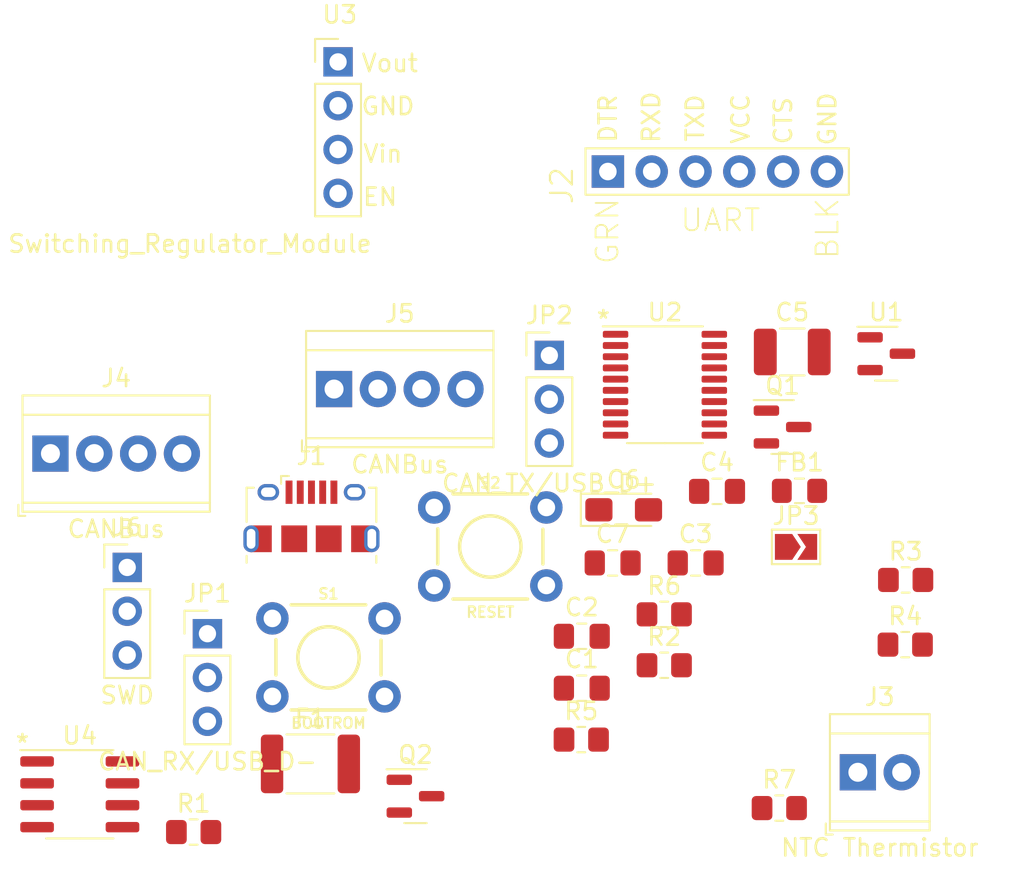
<source format=kicad_pcb>
(kicad_pcb (version 20211014) (generator pcbnew)
  (layers (0 "F.Cu" signal) (31 "B.Cu" signal) (34 "B.Paste" user) (35 "F.Paste" user) (36 "B.SilkS" user "B.Silkscreen") (37 "F.SilkS" user "F.Silkscreen") (38 "B.Mask" user) (39 "F.Mask" user) (44 "Edge.Cuts" user))
  (net 0 "")
  (net 1 "GND")
  (net 2 "+3V3")
  (net 3 "+5VP")
  (net 4 "Net-(C3-Pad1)")
  (net 5 "Net-(C4-Pad1)")
  (net 6 "+12V")
  (net 7 "+5V")
  (net 8 "+BATT")
  (net 9 "VBUS")
  (net 10 "USB_D-")
  (net 11 "USB_D+")
  (net 13 "VTHERM")
  (net 14 "CANH")
  (net 15 "CANL")
  (net 16 "CAN_RX")
  (net 17 "Net-(JP1-Pad2)")
  (net 18 "CAN_TX")
  (net 19 "Net-(JP2-Pad2)")
  (net 20 "Net-(R1-Pad1)")
  (net 21 "VBAT_MON")
  (net 22 "CAN_STBY")
  (net 23 "SDA1")
  (net 24 "SCL1")
  (net 25 "TXD2")
  (net 26 "RXD2")
  (net 27 "~{SPI1_SS}")
  (net 28 "SPI1_SCK")
  (net 29 "SPI1_MISO")
  (net 30 "SPI1_MOSI")
  (net 31 "SWDIO")
  (net 32 "SWDCLK")
  (net 33 "~{RESET}")
  (net 35 "Net-(JP3-Pad1)")
  (footprint "Capacitor_SMD:C_0805_2012Metric_Pad1.18x1.45mm_HandSolder" (layer "F.Cu") (at 149.24 85.84)
    (fp_text reference "C7" (at 0 -1.68) (layer "F.SilkS"))
    (fp_text value "10uF")
    (fp_line (start -0.261252 0.735) (end 0.261252 0.735) (layer "F.SilkS") (width 0.12))
    (fp_line (start -0.261252 -0.735) (end 0.261252 -0.735) (layer "F.SilkS") (width 0.12))
    (pad "1" smd roundrect (at -1.0375 0) (size 1.175 1.45) (layers "F.Cu" "F.Paste" "F.Mask") (roundrect_rratio 0.212766) (net 7 "+5V"))
    (pad "2" smd roundrect (at 1.0375 0) (size 1.175 1.45) (layers "F.Cu" "F.Paste" "F.Mask") (roundrect_rratio 0.212766) (net 1 "GND"))
  )
  (footprint "Package_TO_SOT_SMD:SOT-23" (layer "F.Cu") (at 165.1 73.71)
    (fp_text reference "U1" (at 0 -2.4) (layer "F.SilkS"))
    (fp_text value "MCP1754S-3302xCB")
    (fp_line (start 0 1.56) (end -0.65 1.56) (layer "F.SilkS") (width 0.12))
    (fp_line (start 0 -1.56) (end 0.65 -1.56) (layer "F.SilkS") (width 0.12))
    (fp_line (start 0 -1.56) (end -1.675 -1.56) (layer "F.SilkS") (width 0.12))
    (fp_line (start 0 1.56) (end 0.65 1.56) (layer "F.SilkS") (width 0.12))
    (pad "1" smd roundrect (at -0.9375 -0.95) (size 1.475 0.6) (layers "F.Cu" "F.Paste" "F.Mask") (net 1 "GND"))
    (pad "2" smd roundrect (at -0.9375 0.95) (size 1.475 0.6) (layers "F.Cu" "F.Paste" "F.Mask") (net 5 "Net-(C4-Pad1)"))
    (pad "3" smd roundrect (at 0.9375 0) (size 1.475 0.6) (layers "F.Cu" "F.Paste" "F.Mask") (net 3 "+5VP"))
  )
  (footprint "Connector_PinHeader_2.54mm:PinHeader_1x03_P2.54mm_Vertical" (layer "F.Cu") (at 125.75 89.94)
    (fp_text reference "JP1" (at 0 -2.33) (layer "F.SilkS"))
    (fp_text value "CAN_RX/USB_D-" (at 0 7.41) (layer "F.SilkS"))
    (fp_line (start -1.33 -1.33) (end 0 -1.33) (layer "F.SilkS") (width 0.12))
    (fp_line (start -1.33 1.27) (end -1.33 6.41) (layer "F.SilkS") (width 0.12))
    (fp_line (start -1.33 1.27) (end 1.33 1.27) (layer "F.SilkS") (width 0.12))
    (fp_line (start -1.33 0) (end -1.33 -1.33) (layer "F.SilkS") (width 0.12))
    (fp_line (start 1.33 1.27) (end 1.33 6.41) (layer "F.SilkS") (width 0.12))
    (fp_line (start -1.33 6.41) (end 1.33 6.41) (layer "F.SilkS") (width 0.12))
    (pad "1" thru_hole rect (at 0 0) (size 1.7 1.7) (drill 1) (layers *.Cu *.Mask) (net 16 "CAN_RX"))
    (pad "2" thru_hole oval (at 0 2.54) (size 1.7 1.7) (drill 1) (layers *.Cu *.Mask) (net 17 "Net-(JP1-Pad2)"))
    (pad "3" thru_hole oval (at 0 5.08) (size 1.7 1.7) (drill 1) (layers *.Cu *.Mask) (net 10 "USB_D-"))
  )
  (footprint "Resistor_SMD:R_0805_2012Metric_Pad1.20x1.40mm_HandSolder" (layer "F.Cu") (at 124.95 101.44)
    (fp_text reference "R1" (at 0 -1.65) (layer "F.SilkS"))
    (fp_text value "10k")
    (fp_line (start -0.227064 0.735) (end 0.227064 0.735) (layer "F.SilkS") (width 0.12))
    (fp_line (start -0.227064 -0.735) (end 0.227064 -0.735) (layer "F.SilkS") (width 0.12))
    (pad "1" smd roundrect (at -1 0) (size 1.2 1.4) (layers "F.Cu" "F.Paste" "F.Mask") (roundrect_rratio 0.208333) (net 20 "Net-(R1-Pad1)"))
    (pad "2" smd roundrect (at 1 0) (size 1.2 1.4) (layers "F.Cu" "F.Paste" "F.Mask") (roundrect_rratio 0.208333) (net 1 "GND"))
  )
  (footprint "TerminalBlock_TE-Connectivity:TerminalBlock_TE_282834-4_1x04_P2.54mm_Horizontal" (layer "F.Cu") (at 133.09 75.76)
    (fp_text reference "J5" (at 3.81 -4.37) (layer "F.SilkS"))
    (fp_text value "CANBus" (at 3.81 4.37) (layer "F.SilkS"))
    (fp_line (start 9.241 -3.37) (end 9.241 3.37) (layer "F.SilkS") (width 0.12))
    (fp_line (start -1.62 -3.37) (end 9.241 -3.37) (layer "F.SilkS") (width 0.12))
    (fp_line (start -1.62 2.85) (end 9.241 2.85) (layer "F.SilkS") (width 0.12))
    (fp_line (start -1.62 -2.25) (end 9.241 -2.25) (layer "F.SilkS") (width 0.12))
    (fp_line (start -1.86 3.61) (end -1.46 3.61) (layer "F.SilkS") (width 0.12))
    (fp_line (start -1.62 3.37) (end 9.241 3.37) (layer "F.SilkS") (width 0.12))
    (fp_line (start -1.62 -3.37) (end -1.62 3.37) (layer "F.SilkS") (width 0.12))
    (fp_line (start -1.86 2.97) (end -1.86 3.61) (layer "F.SilkS") (width 0.12))
    (pad "1" thru_hole rect (at 0 0) (size 2.1 2.1) (drill 1.1) (layers *.Cu *.Mask) (net 8 "+BATT"))
    (pad "2" thru_hole circle (at 2.54 0) (size 2.1 2.1) (drill 1.1) (layers *.Cu *.Mask) (net 14 "CANH"))
    (pad "3" thru_hole circle (at 5.08 0) (size 2.1 2.1) (drill 1.1) (layers *.Cu *.Mask) (net 15 "CANL"))
    (pad "4" thru_hole circle (at 7.62 0) (size 2.1 2.1) (drill 1.1) (layers *.Cu *.Mask) (net 1 "GND"))
  )
  (footprint "Capacitor_SMD:C_0805_2012Metric_Pad1.18x1.45mm_HandSolder" (layer "F.Cu") (at 147.45 93.1)
    (fp_text reference "C1" (at 0 -1.68) (layer "F.SilkS"))
    (fp_text value "100nF")
    (fp_line (start -0.261252 0.735) (end 0.261252 0.735) (layer "F.SilkS") (width 0.12))
    (fp_line (start -0.261252 -0.735) (end 0.261252 -0.735) (layer "F.SilkS") (width 0.12))
    (pad "1" smd roundrect (at -1.0375 0) (size 1.175 1.45) (layers "F.Cu" "F.Paste" "F.Mask") (roundrect_rratio 0.212766) (net 1 "GND"))
    (pad "2" smd roundrect (at 1.0375 0) (size 1.175 1.45) (layers "F.Cu" "F.Paste" "F.Mask") (roundrect_rratio 0.212766) (net 2 "+3V3"))
  )
  (footprint "Resistor_SMD:R_0805_2012Metric_Pad1.20x1.40mm_HandSolder" (layer "F.Cu") (at 158.9 100.05)
    (fp_text reference "R7" (at 0 -1.65) (layer "F.SilkS"))
    (fp_text value "10k")
    (fp_line (start -0.227064 -0.735) (end 0.227064 -0.735) (layer "F.SilkS") (width 0.12))
    (fp_line (start -0.227064 0.735) (end 0.227064 0.735) (layer "F.SilkS") (width 0.12))
    (pad "1" smd roundrect (at -1 0) (size 1.2 1.4) (layers "F.Cu" "F.Paste" "F.Mask") (roundrect_rratio 0.208333) (net 2 "+3V3"))
    (pad "2" smd roundrect (at 1 0) (size 1.2 1.4) (layers "F.Cu" "F.Paste" "F.Mask") (roundrect_rratio 0.208333) (net 13 "VTHERM"))
  )
  (footprint "Connector_PinHeader_2.54mm:PinHeader_1x03_P2.54mm_Vertical" (layer "F.Cu") (at 121.1 86.1)
    (fp_text reference "J6" (at 0 -2.33) (layer "F.SilkS"))
    (fp_text value "SWD" (at 0 7.41) (layer "F.SilkS"))
    (fp_line (start 1.33 1.27) (end 1.33 6.41) (layer "F.SilkS") (width 0.12))
    (fp_line (start -1.33 -1.33) (end 0 -1.33) (layer "F.SilkS") (width 0.12))
    (fp_line (start -1.33 1.27) (end 1.33 1.27) (layer "F.SilkS") (width 0.12))
    (fp_line (start -1.33 6.41) (end 1.33 6.41) (layer "F.SilkS") (width 0.12))
    (fp_line (start -1.33 1.27) (end -1.33 6.41) (layer "F.SilkS") (width 0.12))
    (fp_line (start -1.33 0) (end -1.33 -1.33) (layer "F.SilkS") (width 0.12))
    (pad "1" thru_hole rect (at 0 0) (size 1.7 1.7) (drill 1) (layers *.Cu *.Mask) (net 31 "SWDIO"))
    (pad "2" thru_hole oval (at 0 2.54) (size 1.7 1.7) (drill 1) (layers *.Cu *.Mask) (net 1 "GND"))
    (pad "3" thru_hole oval (at 0 5.08) (size 1.7 1.7) (drill 1) (layers *.Cu *.Mask) (net 32 "SWDCLK"))
  )
  (footprint "Resistor_SMD:R_0805_2012Metric_Pad1.20x1.40mm_HandSolder" (layer "F.Cu") (at 152.23 88.82)
    (fp_text reference "R6" (at 0 -1.65) (layer "F.SilkS"))
    (fp_text value "120R")
    (fp_line (start -0.227064 0.735) (end 0.227064 0.735) (layer "F.SilkS") (width 0.12))
    (fp_line (start -0.227064 -0.735) (end 0.227064 -0.735) (layer "F.SilkS") (width 0.12))
    (pad "1" smd roundrect (at -1 0) (size 1.2 1.4) (layers "F.Cu" "F.Paste" "F.Mask") (roundrect_rratio 0.208333) (net 14 "CANH"))
    (pad "2" smd roundrect (at 1 0) (size 1.2 1.4) (layers "F.Cu" "F.Paste" "F.Mask") (roundrect_rratio 0.208333) (net 15 "CANL"))
  )
  (footprint "Capacitor_SMD:C_0805_2012Metric_Pad1.18x1.45mm_HandSolder" (layer "F.Cu") (at 154.05 85.84)
    (fp_text reference "C3" (at 0 -1.68) (layer "F.SilkS"))
    (fp_text value "100nF")
    (fp_line (start -0.261252 -0.735) (end 0.261252 -0.735) (layer "F.SilkS") (width 0.12))
    (fp_line (start -0.261252 0.735) (end 0.261252 0.735) (layer "F.SilkS") (width 0.12))
    (pad "1" smd roundrect (at -1.0375 0) (size 1.175 1.45) (layers "F.Cu" "F.Paste" "F.Mask") (roundrect_rratio 0.212766) (net 4 "Net-(C3-Pad1)"))
    (pad "2" smd roundrect (at 1.0375 0) (size 1.175 1.45) (layers "F.Cu" "F.Paste" "F.Mask") (roundrect_rratio 0.212766) (net 1 "GND"))
  )
  (footprint "SparkFun-Switches:TACTILE_SWITCH_PTH_6.0MM" (layer "F.Cu") (at 132.766 91.3154)
    (fp_text reference "S1" (at 0 -3.683) (layer "F.SilkS") (effects (font (size 0.6096 0.6096) (thickness 0.127))))
    (fp_text value "BOOTROM" (at 0 3.81) (layer "F.SilkS") (effects (font (size 0.6096 0.6096) (thickness 0.127))))
    (fp_line (start 3.048 -0.99568) (end 3.048 1.016) (layer "F.SilkS") (width 0.2032))
    (fp_line (start 2.159 -3.048) (end -2.159 -3.048) (layer "F.SilkS") (width 0.2032))
    (fp_line (start -2.159 3.048) (end 2.159 3.048) (layer "F.SilkS") (width 0.2032))
    (fp_line (start -3.048 -1.02616) (end -3.048 1.016) (layer "F.SilkS") (width 0.2032))
    (fp_circle (center 0 0) (end 0 -1.778) (layer "F.SilkS") (width 0.2032) (fill none))
    (pad "1" thru_hole circle locked (at -3.2512 -2.2606) (size 1.8796 1.8796) (drill 1.016) (layers *.Cu *.Mask) (net 2 "+3V3"))
    (pad "2" thru_hole circle locked (at 3.2512 -2.2606) (size 1.8796 1.8796) (drill 1.016) (layers *.Cu *.Mask))
    (pad "3" thru_hole circle locked (at -3.2512 2.2606) (size 1.8796 1.8796) (drill 1.016) (layers *.Cu *.Mask) (net 20 "Net-(R1-Pad1)"))
    (pad "4" thru_hole circle locked (at 3.2512 2.2606) (size 1.8796 1.8796) (drill 1.016) (layers *.Cu *.Mask))
  )
  (footprint "Capacitor_SMD:C_0805_2012Metric_Pad1.18x1.45mm_HandSolder" (layer "F.Cu") (at 155.29 81.69)
    (fp_text reference "C4" (at 0 -1.68) (layer "F.SilkS"))
    (fp_text value "1uF")
    (fp_line (start -0.261252 0.735) (end 0.261252 0.735) (layer "F.SilkS") (width 0.12))
    (fp_line (start -0.261252 -0.735) (end 0.261252 -0.735) (layer "F.SilkS") (width 0.12))
    (pad "1" smd roundrect (at -1.0375 0) (size 1.175 1.45) (layers "F.Cu" "F.Paste" "F.Mask") (roundrect_rratio 0.212766) (net 5 "Net-(C4-Pad1)"))
    (pad "2" smd roundrect (at 1.0375 0) (size 1.175 1.45) (layers "F.Cu" "F.Paste" "F.Mask") (roundrect_rratio 0.212766) (net 1 "GND"))
  )
  (footprint "Resistor_SMD:R_0805_2012Metric_Pad1.20x1.40mm_HandSolder" (layer "F.Cu") (at 147.42 96.08)
    (fp_text reference "R5" (at 0 -1.65) (layer "F.SilkS"))
    (fp_text value "100k")
    (fp_line (start -0.227064 -0.735) (end 0.227064 -0.735) (layer "F.SilkS") (width 0.12))
    (fp_line (start -0.227064 0.735) (end 0.227064 0.735) (layer "F.SilkS") (width 0.12))
    (pad "1" smd roundrect (at -1 0) (size 1.2 1.4) (layers "F.Cu" "F.Paste" "F.Mask") (roundrect_rratio 0.208333) (net 2 "+3V3"))
    (pad "2" smd roundrect (at 1 0) (size 1.2 1.4) (layers "F.Cu" "F.Paste" "F.Mask") (roundrect_rratio 0.208333) (net 22 "CAN_STBY"))
  )
  (footprint "Beirdo:FTDI-TARGET" (layer "F.Cu") (at 148.9627 63.15)
    (fp_text reference "J2" (at -2.667 0.8128 90) (layer "F.SilkS") (effects (font (size 1.27 1.27) (thickness 0.127))))
    (fp_text value "UART" (at 6.5278 2.8194) (layer "F.SilkS") (effects (font (size 1.27 1.27) (thickness 0.1016))))
    (fp_text user "BLK" (at 12.7254 3.302 -90) (layer "F.SilkS") (effects (font (size 1.27 1.27) (thickness 0.1016))))
    (fp_text user "VCC" (at 7.6962 -3.048 90) (layer "F.SilkS"))
    (fp_text user "GND" (at 12.7254 -3.048 90) (layer "F.SilkS"))
    (fp_text user "DTR" (at 0 -3.0734 90) (layer "F.SilkS"))
    (fp_text user "TXD" (at 5.0546 -3.0988 90) (layer "F.SilkS"))
    (fp_text user "GRN" (at -0.0254 3.4544 -90) (layer "F.SilkS") (effects (font (size 1.27 1.27) (thickness 0.1016))))
    (fp_text user "RXD" (at 2.5146 -3.1496 90) (layer "F.SilkS"))
    (fp_text user "CTS" (at 10.16 -2.9464 90) (layer "F.SilkS"))
    (fp_line (start -0.254 0.254) (end 0.254 0.254) (layer "F.SilkS") (width 0.06604))
    (fp_line (start 2.794 0.254) (end 2.794 -0.254) (layer "F.SilkS") (width 0.06604))
    (fp_line (start 9.906 0.254) (end 9.906 -0.254) (layer "F.SilkS") (width 0.06604))
    (fp_line (start 5.334 0.254) (end 5.334 -0.254) (layer "F.SilkS") (width 0.06604))
    (fp_line (start 9.906 0.254) (end 10.414 0.254) (layer "F.SilkS") (width 0.06604))
    (fp_line (start 12.446 -0.254) (end 12.954 -0.254) (layer "F.SilkS") (width 0.06604))
    (fp_line (start 7.366 0.254) (end 7.366 -0.254) (layer "F.SilkS") (width 0.06604))
    (fp_line (start -0.254 -0.254) (end 0.254 -0.254) (layer "F.SilkS") (width 0.06604))
    (fp_line (start 12.446 0.254) (end 12.446 -0.254) (layer "F.SilkS") (width 0.06604))
    (fp_line (start 4.826 0.254) (end 5.334 0.254) (layer "F.SilkS") (width 0.06604))
    (fp_line (start 0.254 0.254) (end 0.254 -0.254) (layer "F.SilkS") (width 0.06604))
    (fp_line (start 12.954 0.254) (end 12.954 -0.254) (layer "F.SilkS") (width 0.06604))
    (fp_line (start 12.446 0.254) (end 12.954 0.254) (layer "F.SilkS") (width 0.06604))
    (fp_line (start 2.286 0.254) (end 2.794 0.254) (layer "F.SilkS") (width 0.06604))
    (fp_line (start 10.414 0.254) (end 10.414 -0.254) (layer "F.SilkS") (width 0.06604))
    (fp_line (start 4.826 0.254) (end 4.826 -0.254) (layer "F.SilkS") (width 0.06604))
    (fp_line (start -0.254 0.254) (end -0.254 -0.254) (layer "F.SilkS") (width 0.06604))
    (fp_line (start 9.906 -0.254) (end 10.414 -0.254) (layer "F.SilkS") (width 0.06604))
    (fp_line (start 2.286 -0.254) (end 2.794 -0.254) (layer "F.SilkS") (width 0.06604))
    (fp_line (start 4.826 -0.254) (end 5.334 -0.254) (layer "F.SilkS") (width 0.06604))
    (fp_line (start 2.286 0.254) (end 2.286 -0.254) (layer "F.SilkS") (width 0.06604))
    (fp_rect (start -1.2954 -1.3462) (end 13.97 1.3462) (layer "F.SilkS") (width 0.12) (fill none))
    (pad "1" thru_hole rect (at 0 0) (size 1.8796 1.8796) (drill 1.016) (layers *.Cu *.Paste *.Mask))
    (pad "2" thru_hole circle (at 2.54 0) (size 1.8796 1.8796) (drill 1.016) (layers *.Cu *.Paste *.Mask) (net 26 "RXD2"))
    (pad "3" thru_hole circle (at 5.08 0) (size 1.8796 1.8796) (drill 1.016) (layers *.Cu *.Paste *.Mask) (net 25 "TXD2"))
    (pad "4" thru_hole circle (at 7.62 0) (size 1.8796 1.8796) (drill 1.016) (layers *.Cu *.Paste *.Mask) (net 35 "Net-(JP3-Pad1)"))
    (pad "5" thru_hole circle (at 10.16 0) (size 1.8796 1.8796) (drill 1.016) (layers *.Cu *.Paste *.Mask))
    (pad "6" thru_hole circle (at 12.7 0) (size 1.8796 1.8796) (drill 1.016) (layers *.Cu *.Paste *.Mask) (net 1 "GND"))
  )
  (footprint "Resistor_SMD:R_1812_4532Metric_Pad1.30x3.40mm_HandSolder" (layer "F.Cu") (at 131.72 97.49)
    (fp_text reference "F1" (at 0 -2.65) (layer "F.SilkS"))
    (fp_text value "3A Polyfuse")
    (fp_line (start -1.386252 -1.71) (end 1.386252 -1.71) (layer "F.SilkS") (width 0.12))
    (fp_line (start -1.386252 1.71) (end 1.386252 1.71) (layer "F.SilkS") (width 0.12))
    (pad "1" smd roundrect (at -2.225 0) (size 1.3 3.4) (layers "F.Cu" "F.Paste" "F.Mask") (roundrect_rratio 0.192308) (net 8 "+BATT"))
    (pad "2" smd roundrect (at 2.225 0) (size 1.3 3.4) (layers "F.Cu" "F.Paste" "F.Mask") (roundrect_rratio 0.192308) (net 6 "+12V"))
  )
  (footprint "Resistor_SMD:R_0805_2012Metric_Pad1.20x1.40mm_HandSolder" (layer "F.Cu") (at 166.225 86.825)
    (fp_text reference "R3" (at 0 -1.65) (layer "F.SilkS"))
    (fp_text value "499k 1%")
    (fp_line (start -0.227064 0.735) (end 0.227064 0.735) (layer "F.SilkS") (width 0.12))
    (fp_line (start -0.227064 -0.735) (end 0.227064 -0.735) (layer "F.SilkS") (width 0.12))
    (pad "1" smd roundrect (at -1 0) (size 1.2 1.4) (layers "F.Cu" "F.Paste" "F.Mask") (roundrect_rratio 0.208333) (net 6 "+12V"))
    (pad "2" smd roundrect (at 1 0) (size 1.2 1.4) (layers "F.Cu" "F.Paste" "F.Mask") (roundrect_rratio 0.208333) (net 21 "VBAT_MON"))
  )
  (footprint "Capacitor_Tantalum_SMD:CP_EIA-3216-10_Kemet-I_Pad1.58x1.35mm_HandSolder" (layer "F.Cu") (at 149.88 82.76)
    (fp_text reference "C6" (at 0 -1.75) (layer "F.SilkS"))
    (fp_text value "100uF Ta 6V")
    (fp_line (start -2.485 -0.935) (end -2.485 0.935) (layer "F.SilkS") (width 0.12))
    (fp_line (start -2.485 0.935) (end 1.6 0.935) (layer "F.SilkS") (width 0.12))
    (fp_line (start 1.6 -0.935) (end -2.485 -0.935) (layer "F.SilkS") (width 0.12))
    (pad "1" smd roundrect (at -1.4375 0) (size 1.575 1.35) (layers "F.Cu" "F.Paste" "F.Mask") (roundrect_rratio 0.185185) (net 7 "+5V"))
    (pad "2" smd roundrect (at 1.4375 0) (size 1.575 1.35) (layers "F.Cu" "F.Paste" "F.Mask") (roundrect_rratio 0.185185) (net 1 "GND"))
  )
  (footprint "Capacitor_SMD:C_0805_2012Metric_Pad1.18x1.45mm_HandSolder" (layer "F.Cu") (at 147.45 90.09)
    (fp_text reference "C2" (at 0 -1.68) (layer "F.SilkS"))
    (fp_text value "1uF")
    (fp_line (start -0.261252 0.735) (end 0.261252 0.735) (layer "F.SilkS") (width 0.12))
    (fp_line (start -0.261252 -0.735) (end 0.261252 -0.735) (layer "F.SilkS") (width 0.12))
    (pad "1" smd roundrect (at -1.0375 0) (size 1.175 1.45) (layers "F.Cu" "F.Paste" "F.Mask") (roundrect_rratio 0.212766) (net 3 "+5VP"))
    (pad "2" smd roundrect (at 1.0375 0) (size 1.175 1.45) (layers "F.Cu" "F.Paste" "F.Mask") (roundrect_rratio 0.212766) (net 1 "GND"))
  )
  (footprint "Package_TO_SOT_SMD:SOT-23" (layer "F.Cu") (at 137.81 99.36)
    (fp_text reference "Q2" (at 0 -2.4) (layer "F.SilkS"))
    (fp_text value "2N7002")
    (fp_line (start 0 -1.56) (end -1.675 -1.56) (layer "F.SilkS") (width 0.12))
    (fp_line (start 0 1.56) (end 0.65 1.56) (layer "F.SilkS") (width 0.12))
    (fp_line (start 0 -1.56) (end 0.65 -1.56) (layer "F.SilkS") (width 0.12))
    (fp_line (start 0 1.56) (end -0.65 1.56) (layer "F.SilkS") (width 0.12))
    (pad "1" smd roundrect (at -0.9375 -0.95) (size 1.475 0.6) (layers "F.Cu" "F.Paste" "F.Mask") (net 9 "VBUS"))
    (pad "2" smd roundrect (at -0.9375 0.95) (size 1.475 0.6) (layers "F.Cu" "F.Paste" "F.Mask") (net 9 "VBUS"))
    (pad "3" smd roundrect (at 0.9375 0) (size 1.475 0.6) (layers "F.Cu" "F.Paste" "F.Mask") (net 3 "+5VP"))
  )
  (footprint "TerminalBlock_TE-Connectivity:TerminalBlock_TE_282834-4_1x04_P2.54mm_Horizontal" (layer "F.Cu") (at 116.65 79.5)
    (fp_text reference "J4" (at 3.81 -4.37) (layer "F.SilkS"))
    (fp_text value "CANBus" (at 3.81 4.37) (layer "F.SilkS"))
    (fp_line (start 9.241 -3.37) (end 9.241 3.37) (layer "F.SilkS") (width 0.12))
    (fp_line (start -1.86 2.97) (end -1.86 3.61) (layer "F.SilkS") (width 0.12))
    (fp_line (start -1.62 2.85) (end 9.241 2.85) (layer "F.SilkS") (width 0.12))
    (fp_line (start -1.62 3.37) (end 9.241 3.37) (layer "F.SilkS") (width 0.12))
    (fp_line (start -1.62 -2.25) (end 9.241 -2.25) (layer "F.SilkS") (width 0.12))
    (fp_line (start -1.62 -3.37) (end 9.241 -3.37) (layer "F.SilkS") (width 0.12))
    (fp_line (start -1.86 3.61) (end -1.46 3.61) (layer "F.SilkS") (width 0.12))
    (fp_line (start -1.62 -3.37) (end -1.62 3.37) (layer "F.SilkS") (width 0.12))
    (pad "1" thru_hole rect (at 0 0) (size 2.1 2.1) (drill 1.1) (layers *.Cu *.Mask) (net 8 "+BATT"))
    (pad "2" thru_hole circle (at 2.54 0) (size 2.1 2.1) (drill 1.1) (layers *.Cu *.Mask) (net 14 "CANH"))
    (pad "3" thru_hole circle (at 5.08 0) (size 2.1 2.1) (drill 1.1) (layers *.Cu *.Mask) (net 15 "CANL"))
    (pad "4" thru_hole circle (at 7.62 0) (size 2.1 2.1) (drill 1.1) (layers *.Cu *.Mask) (net 1 "GND"))
  )
  (footprint "Resistor_SMD:R_0805_2012Metric_Pad1.20x1.40mm_HandSolder" (layer "F.Cu") (at 166.2 90.575)
    (fp_text reference "R4" (at 0 -1.65) (layer "F.SilkS"))
    (fp_text value "100k 1%")
    (fp_line (start -0.227064 0.735) (end 0.227064 0.735) (layer "F.SilkS") (width 0.12))
    (fp_line (start -0.227064 -0.735) (end 0.227064 -0.735) (layer "F.SilkS") (width 0.12))
    (pad "1" smd roundrect (at -1 0) (size 1.2 1.4) (layers "F.Cu" "F.Paste" "F.Mask") (roundrect_rratio 0.208333) (net 21 "VBAT_MON"))
    (pad "2" smd roundrect (at 1 0) (size 1.2 1.4) (layers "F.Cu" "F.Paste" "F.Mask") (roundrect_rratio 0.208333) (net 1 "GND"))
  )
  (footprint "Capacitor_SMD:C_1210_3225Metric_Pad1.33x2.70mm_HandSolder" (layer "F.Cu") (at 159.65 73.61)
    (fp_text reference "C5" (at 0 -2.3) (layer "F.SilkS"))
    (fp_text value "10uF 100V")
    (fp_line (start -0.711252 -1.36) (end 0.711252 -1.36) (layer "F.SilkS") (width 0.12))
    (fp_line (start -0.711252 1.36) (end 0.711252 1.36) (layer "F.SilkS") (width 0.12))
    (pad "1" smd roundrect (at -1.5625 0) (size 1.325 2.7) (layers "F.Cu" "F.Paste" "F.Mask") (roundrect_rratio 0.188679) (net 6 "+12V"))
    (pad "2" smd roundrect (at 1.5625 0) (size 1.325 2.7) (layers "F.Cu" "F.Paste" "F.Mask") (roundrect_rratio 0.188679) (net 1 "GND"))
  )
  (footprint "Package_TO_SOT_SMD:SOT-23" (layer "F.Cu") (at 159.09 77.96)
    (fp_text reference "Q1" (at 0 -2.4) (layer "F.SilkS"))
    (fp_text value "2N7002")
    (fp_line (start 0 1.56) (end -0.65 1.56) (layer "F.SilkS") (width 0.12))
    (fp_line (start 0 1.56) (end 0.65 1.56) (layer "F.SilkS") (width 0.12))
    (fp_line (start 0 -1.56) (end -1.675 -1.56) (layer "F.SilkS") (width 0.12))
    (fp_line (start 0 -1.56) (end 0.65 -1.56) (layer "F.SilkS") (width 0.12))
    (pad "1" smd roundrect (at -0.9375 -0.95) (size 1.475 0.6) (layers "F.Cu" "F.Paste" "F.Mask") (net 7 "+5V"))
    (pad "2" smd roundrect (at -0.9375 0.95) (size 1.475 0.6) (layers "F.Cu" "F.Paste" "F.Mask") (net 7 "+5V"))
    (pad "3" smd roundrect (at 0.9375 0) (size 1.475 0.6) (layers "F.Cu" "F.Paste" "F.Mask") (net 3 "+5VP"))
  )
  (footprint "Package_SO:TSSOP-20_4.4x6.5mm_P0.65mm" (layer "F.Cu") (at 152.27 75.51)
    (fp_text reference "U2" (at 0 -4.2) (layer "F.SilkS"))
    (fp_text value "STM32F042F6Px")
    (fp_text user "*" (at -3.57 -3.785 unlocked) (layer "F.SilkS"))
    (fp_line (start 0 3.385) (end 2.2 3.385) (layer "F.SilkS") (width 0.12))
    (fp_line (start 0 3.385) (end -2.2 3.385) (layer "F.SilkS") (width 0.12))
    (fp_line (start 0 -3.385) (end 2.2 -3.385) (layer "F.SilkS") (width 0.12))
    (fp_line (start 0 -3.385) (end -3.6 -3.385) (layer "F.SilkS") (width 0.12))
    (pad "1" smd roundrect (at -2.8625 -2.925) (size 1.475 0.4) (layers "F.Cu" "F.Paste" "F.Mask") (net 20 "Net-(R1-Pad1)"))
    (pad "2" smd roundrect (at -2.8625 -2.275) (size 1.475 0.4) (layers "F.Cu" "F.Paste" "F.Mask") (net 23 "SDA1"))
    (pad "3" smd roundrect (at -2.8625 -1.625) (size 1.475 0.4) (layers "F.Cu" "F.Paste" "F.Mask") (net 24 "SCL1"))
    (pad "4" smd roundrect (at -2.8625 -0.975) (size 1.475 0.4) (layers "F.Cu" "F.Paste" "F.Mask") (net 33 "~{RESET}"))
    (pad "5" smd roundrect (at -2.8625 -0.325) (size 1.475 0.4) (layers "F.Cu" "F.Paste" "F.Mask") (net 4 "Net-(C3-Pad1)"))
    (pad "6" smd roundrect (at -2.8625 0.325) (size 1.475 0.4) (layers "F.Cu" "F.Paste" "F.Mask") (net 13 "VTHERM"))
    (pad "7" smd roundrect (at -2.8625 0.975) (size 1.475 0.4) (layers "F.Cu" "F.Paste" "F.Mask") (net 21 "VBAT_MON"))
    (pad "8" smd roundrect (at -2.8625 1.625) (size 1.475 0.4) (layers "F.Cu" "F.Paste" "F.Mask") (net 25 "TXD2"))
    (pad "9" smd roundrect (at -2.8625 2.275) (size 1.475 0.4) (layers "F.Cu" "F.Paste" "F.Mask") (net 26 "RXD2"))
    (pad "10" smd roundrect (at -2.8625 2.925) (size 1.475 0.4) (layers "F.Cu" "F.Paste" "F.Mask") (net 27 "~{SPI1_SS}"))
    (pad "11" smd roundrect (at 2.8625 2.925) (size 1.475 0.4) (layers "F.Cu" "F.Paste" "F.Mask") (net 28 "SPI1_SCK"))
    (pad "12" smd roundrect (at 2.8625 2.275) (size 1.475 0.4) (layers "F.Cu" "F.Paste" "F.Mask") (net 29 "SPI1_MISO"))
    (pad "13" smd roundrect (at 2.8625 1.625) (size 1.475 0.4) (layers "F.Cu" "F.Paste" "F.Mask") (net 30 "SPI1_MOSI"))
    (pad "14" smd roundrect (at 2.8625 0.975) (size 1.475 0.4) (layers "F.Cu" "F.Paste" "F.Mask") (net 22 "CAN_STBY"))
    (pad "15" smd roundrect (at 2.8625 0.325) (size 1.475 0.4) (layers "F.Cu" "F.Paste" "F.Mask") (net 1 "GND"))
    (pad "16" smd roundrect (at 2.8625 -0.325) (size 1.475 0.4) (layers "F.Cu" "F.Paste" "F.Mask") (net 2 "+3V3"))
    (pad "17" smd roundrect (at 2.8625 -0.975) (size 1.475 0.4) (layers "F.Cu" "F.Paste" "F.Mask") (net 17 "Net-(JP1-Pad2)"))
    (pad "18" smd roundrect (at 2.8625 -1.625) (size 1.475 0.4) (layers "F.Cu" "F.Paste" "F.Mask") (net 19 "Net-(JP2-Pad2)"))
    (pad "19" smd roundrect (at 2.8625 -2.275) (size 1.475 0.4) (layers "F.Cu" "F.Paste" "F.Mask") (net 31 "SWDIO"))
    (pad "20" smd roundrect (at 2.8625 -2.925) (size 1.475 0.4) (layers "F.Cu" "F.Paste" "F.Mask") (net 32 "SWDCLK"))
  )
  (footprint "Beirdo:Switching_Regulator_Module" (layer "F.Cu") (at 133.2938 56.6964)
    (fp_text reference "U3" (at 0.127 -2.6416 unlocked) (layer "F.SilkS"))
    (fp_text value "Switching_Regulator_Module" (at -8.5598 10.6426 unlocked) (layer "F.SilkS"))
    (fp_text user "EN" (at 2.4638 7.9248 unlocked) (layer "F.SilkS"))
    (fp_text user "GND" (at 2.921 2.667 unlocked) (layer "F.SilkS"))
    (fp_text user "Vin" (at 2.6277 5.4224 unlocked) (layer "F.SilkS"))
    (fp_text user "Vout" (at 3.0277 0.1724 unlocked) (layer "F.SilkS"))
    (fp_line (start 1.3577 1.3674) (end 1.3577 9.0474) (layer "F.SilkS") (width 0.12))
    (fp_line (start -1.3023 0.0974) (end -1.3023 -1.2326) (layer "F.SilkS") (width 0.12))
    (fp_line (start -1.3023 9.0474) (end 1.3577 9.0474) (layer "F.SilkS") (width 0.12))
    (fp_line (start -1.3023 1.3674) (end 1.3577 1.3674) (layer "F.SilkS") (width 0.12))
    (fp_line (start -1.3023 1.3674) (end -1.3023 9.0474) (layer "F.SilkS") (width 0.12))
    (fp_line (start -1.3023 -1.2326) (end 0.0277 -1.2326) (layer "F.SilkS") (width 0.12))
    (pad "1" thru_hole rect (at 0.0277 0.0974) (size 1.7 1.7) (drill 1) (layers *.Cu *.Mask) (net 7 "+5V"))
    (pad "2" thru_hole oval (at 0.0277 2.6374) (size 1.7 1.7) (drill 1) (layers *.Cu *.Mask) (net 1 "GND"))
    (pad "3" thru_hole oval (at 0.0277 5.1774) (size 1.7 1.7) (drill 1) (layers *.Cu *.Mask) (net 6 "+12V"))
    (pad "4" thru_hole oval (at 0.0277 7.7174) (size 1.7 1.7) (drill 1) (layers *.Cu *.Mask))
  )
  (footprint "SparkFun-Switches:TACTILE_SWITCH_PTH_6.0MM" (layer "F.Cu") (at 142.146 84.8854)
    (fp_text reference "S2" (at 0 -3.683) (layer "F.SilkS") (effects (font (size 0.6096 0.6096) (thickness 0.127))))
    (fp_text value "RESET" (at 0 3.81) (layer "F.SilkS") (effects (font (size 0.6096 0.6096) (thickness 0.127))))
    (fp_line (start 2.159 -3.048) (end -2.159 -3.048) (layer "F.SilkS") (width 0.2032))
    (fp_line (start -2.159 3.048) (end 2.159 3.048) (layer "F.SilkS") (width 0.2032))
    (fp_line (start -3.048 -1.02616) (end -3.048 1.016) (layer "F.SilkS") (width 0.2032))
    (fp_line (start 3.048 -0.99568) (end 3.048 1.016) (layer "F.SilkS") (width 0.2032))
    (fp_circle (center 0 0) (end 0 -1.778) (layer "F.SilkS") (width 0.2032) (fill none))
    (pad "1" thru_hole circle locked (at -3.2512 -2.2606) (size 1.8796 1.8796) (drill 1.016) (layers *.Cu *.Mask) (net 1 "GND"))
    (pad "2" thru_hole circle locked (at 3.2512 -2.2606) (size 1.8796 1.8796) (drill 1.016) (layers *.Cu *.Mask))
    (pad "3" thru_hole circle locked (at -3.2512 2.2606) (size 1.8796 1.8796) (drill 1.016) (layers *.Cu *.Mask) (net 33 "~{RESET}"))
    (pad "4" thru_hole circle locked (at 3.2512 2.2606) (size 1.8796 1.8796) (drill 1.016) (layers *.Cu *.Mask))
  )
  (footprint "Connector_USB:USB_Micro-B_Amphenol_10118194_Horizontal" (layer "F.Cu") (at 131.78 83.14)
    (fp_text reference "J1" (at 0 -3.5) (layer "F.SilkS"))
    (fp_text value "USB_B_Micro")
    (fp_line (start -1.76 -1.89) (end -1.76 -2.34) (layer "F.SilkS") (width 0.12))
    (fp_line (start -3.76 -1.66) (end -3.34 -1.66) (layer "F.SilkS") (width 0.12))
    (fp_line (start 3.76 2.29) (end 3.76 2.69) (layer "F.SilkS") (width 0.12))
    (fp_line (start -1.31 -2.34) (end -1.76 -2.34) (layer "F.SilkS") (width 0.12))
    (fp_line (start 3.76 -1.66) (end 3.34 -1.66) (layer "F.SilkS") (width 0.12))
    (fp_line (start -3.76 0.32) (end -3.76 -1.66) (layer "F.SilkS") (width 0.12))
    (fp_line (start -3.76 2.69) (end -3.76 2.29) (layer "F.SilkS") (width 0.12))
    (fp_line (start 3.76 0.32) (end 3.76 -1.66) (layer "F.SilkS") (width 0.12))
    (pad "1" smd rect (at -1.3 -1.4) (size 0.4 1.35) (layers "F.Cu" "F.Paste" "F.Mask") (net 9 "VBUS"))
    (pad "2" smd rect (at -0.65 -1.4) (size 0.4 1.35) (layers "F.Cu" "F.Paste" "F.Mask") (net 10 "USB_D-"))
    (pad "3" smd rect (at 0 -1.4) (size 0.4 1.35) (layers "F.Cu" "F.Paste" "F.Mask") (net 11 "USB_D+"))
    (pad "4" smd rect (at 0.65 -1.4) (size 0.4 1.35) (layers "F.Cu" "F.Paste" "F.Mask"))
    (pad "5" smd rect (at 1.3 -1.4) (size 0.4 1.35) (layers "F.Cu" "F.Paste" "F.Mask") (net 1 "GND"))
    (pad "6" smd rect (at 1 1.3) (size 1.5 1.55) (layers "F.Cu" "F.Paste" "F.Mask") (net 1 "GND"))
    (pad "6" smd rect (at -1 1.3) (size 1.5 1.55) (layers "F.Cu" "F.Paste" "F.Mask") (net 1 "GND"))
    (pad "6" smd rect (at 2.9 1.3) (size 1.2 1.55) (layers "F.Cu" "F.Paste" "F.Mask") (net 1 "GND"))
    (pad "6" thru_hole oval (at -2.5 -1.4) (size 1.25 0.95) (drill oval 0.85 0.55) (layers *.Cu *.Mask) (net 1 "GND"))
    (pad "6" thru_hole oval (at -3.5 1.3) (size 0.89 1.55) (drill oval 0.5 1.15) (layers *.Cu *.Mask) (net 1 "GND"))
    (pad "6" thru_hole oval (at 3.5 1.3) (size 0.89 1.55) (drill oval 0.5 1.15) (layers *.Cu *.Mask) (net 1 "GND"))
    (pad "6" smd rect (at -2.9 1.3) (size 1.2 1.55) (layers "F.Cu" "F.Paste" "F.Mask") (net 1 "GND"))
    (pad "6" thru_hole oval (at 2.5 -1.4) (size 1.25 0.95) (drill oval 0.85 0.55) (layers *.Cu *.Mask) (net 1 "GND"))
  )
  (footprint "Jumper:SolderJumper-2_P1.3mm_Open_TrianglePad1.0x1.5mm" (layer "F.Cu") (at 159.87 84.91)
    (fp_text reference "JP3" (at 0 -1.8) (layer "F.SilkS"))
    (fp_text value "UART 3.3V")
    (fp_line (start 1.4 -1) (end 1.4 1) (layer "F.SilkS") (width 0.12))
    (fp_line (start 1.4 1) (end -1.4 1) (layer "F.SilkS") (width 0.12))
    (fp_line (start -1.4 1) (end -1.4 -1) (layer "F.SilkS") (width 0.12))
    (fp_line (start -1.4 -1) (end 1.4 -1) (layer "F.SilkS") (width 0.12))
    (pad "1" smd custom (at -0.725 0) (size 0.3 0.3) (layers "F.Cu" "F.Mask") (net 35 "Net-(JP3-Pad1)") (options (clearance outline) (anchor rect)) (primitives (gr_poly (pts (xy 1 0) (xy 0.5 0.75) (xy -0.5 0.75) (xy -0.5 -0.75) (xy 0.5 -0.75)) (width 0) (fill yes))))
    (pad "2" smd custom (at 0.725 0) (size 0.3 0.3) (layers "F.Cu" "F.Mask") (net 2 "+3V3") (options (clearance outline) (anchor rect)) (primitives (gr_poly (pts (xy 0.5 0.75) (xy -0.65 0.75) (xy -0.15 0) (xy -0.65 -0.75) (xy 0.5 -0.75)) (width 0) (fill yes))))
  )
  (footprint "TerminalBlock_TE-Connectivity:TerminalBlock_TE_282834-2_1x02_P2.54mm_Horizontal" (layer "F.Cu") (at 163.455 97.975)
    (fp_text reference "J3" (at 1.27 -4.37) (layer "F.SilkS"))
    (fp_text value "NTC Thermistor" (at 1.27 4.37) (layer "F.SilkS"))
    (fp_line (start -1.62 2.85) (end 4.16 2.85) (layer "F.SilkS") (width 0.12))
    (fp_line (start 4.16 -3.37) (end 4.16 3.37) (layer "F.SilkS") (width 0.12))
    (fp_line (start -1.62 -2.25) (end 4.16 -2.25) (layer "F.SilkS") (width 0.12))
    (fp_line (start -1.62 -3.37) (end 4.16 -3.37) (layer "F.SilkS") (width 0.12))
    (fp_line (start -1.86 2.97) (end -1.86 3.61) (layer "F.SilkS") (width 0.12))
    (fp_line (start -1.86 3.61) (end -1.46 3.61) (layer "F.SilkS") (width 0.12))
    (fp_line (start -1.62 -3.37) (end -1.62 3.37) (layer "F.SilkS") (width 0.12))
    (fp_line (start -1.62 3.37) (end 4.16 3.37) (layer "F.SilkS") (width 0.12))
    (pad "1" thru_hole rect (at 0 0) (size 2.1 2.1) (drill 1.1) (layers *.Cu *.Mask) (net 13 "VTHERM"))
    (pad "2" thru_hole circle (at 2.54 0) (size 2.1 2.1) (drill 1.1) (layers *.Cu *.Mask) (net 1 "GND"))
  )
  (footprint "Resistor_SMD:R_0805_2012Metric_Pad1.20x1.40mm_HandSolder" (layer "F.Cu") (at 152.23 91.77)
    (fp_text reference "R2" (at 0 -1.65) (layer "F.SilkS"))
    (fp_text value "10k")
    (fp_line (start -0.227064 -0.735) (end 0.227064 -0.735) (layer "F.SilkS") (width 0.12))
    (fp_line (start -0.227064 0.735) (end 0.227064 0.735) (layer "F.SilkS") (width 0.12))
    (pad "1" smd roundrect (at -1 0) (size 1.2 1.4) (layers "F.Cu" "F.Paste" "F.Mask") (roundrect_rratio 0.208333) (net 2 "+3V3"))
    (pad "2" smd roundrect (at 1 0) (size 1.2 1.4) (layers "F.Cu" "F.Paste" "F.Mask") (roundrect_rratio 0.208333) (net 33 "~{RESET}"))
  )
  (footprint "Connector_PinHeader_2.54mm:PinHeader_1x03_P2.54mm_Vertical" (layer "F.Cu") (at 145.57 73.81)
    (fp_text reference "JP2" (at 0 -2.33) (layer "F.SilkS"))
    (fp_text value "CAN_TX/USB_D+" (at 0 7.41) (layer "F.SilkS"))
    (fp_line (start -1.33 1.27) (end 1.33 1.27) (layer "F.SilkS") (width 0.12))
    (fp_line (start -1.33 -1.33) (end 0 -1.33) (layer "F.SilkS") (width 0.12))
    (fp_line (start 1.33 1.27) (end 1.33 6.41) (layer "F.SilkS") (width 0.12))
    (fp_line (start -1.33 0) (end -1.33 -1.33) (layer "F.SilkS") (width 0.12))
    (fp_line (start -1.33 6.41) (end 1.33 6.41) (layer "F.SilkS") (width 0.12))
    (fp_line (start -1.33 1.27) (end -1.33 6.41) (layer "F.SilkS") (width 0.12))
    (pad "1" thru_hole rect (at 0 0) (size 1.7 1.7) (drill 1) (layers *.Cu *.Mask) (net 18 "CAN_TX"))
    (pad "2" thru_hole oval (at 0 2.54) (size 1.7 1.7) (drill 1) (layers *.Cu *.Mask) (net 19 "Net-(JP2-Pad2)"))
    (pad "3" thru_hole oval (at 0 5.08) (size 1.7 1.7) (drill 1) (layers *.Cu *.Mask) (net 11 "USB_D+"))
  )
  (footprint "Inductor_SMD:L_0805_2012Metric_Pad1.15x1.40mm_HandSolder" (layer "F.Cu") (at 160.07 81.66)
    (fp_text reference "FB1" (at 0 -1.65) (layer "F.SilkS"))
    (fp_text value "Ferrite")
    (fp_line (start -0.261252 -0.71) (end 0.261252 -0.71) (layer "F.SilkS") (width 0.12))
    (fp_line (start -0.261252 0.71) (end 0.261252 0.71) (layer "F.SilkS") (width 0.12))
    (pad "1" smd roundrect (at -1.025 0) (size 1.15 1.4) (layers "F.Cu" "F.Paste" "F.Mask") (roundrect_rratio 0.217391) (net 4 "Net-(C3-Pad1)"))
    (pad "2" smd roundrect (at 1.025 0) (size 1.15 1.4) (layers "F.Cu" "F.Paste" "F.Mask") (roundrect_rratio 0.217391) (net 2 "+3V3"))
  )
  (footprint "Package_SO:SOIC-8_3.9x4.9mm_P1.27mm" (layer "F.Cu") (at 118.35 99.25)
    (fp_text reference "U4" (at 0 -3.4) (layer "F.SilkS"))
    (fp_text value "MCP2562HD")
    (fp_text user "*" (at -3.325 -2.95 unlocked) (layer "F.SilkS"))
    (fp_line (start 0 2.56) (end 1.95 2.56) (layer "F.SilkS") (width 0.12))
    (fp_line (start 0 -2.56) (end 1.95 -2.56) (layer "F.SilkS") (width 0.12))
    (fp_line (start 0 2.56) (end -1.95 2.56) (layer "F.SilkS") (width 0.12))
    (fp_line (start 0 -2.56) (end -3.45 -2.56) (layer "F.SilkS") (width 0.12))
    (pad "1" smd roundrect (at -2.475 -1.905) (size 1.95 0.6) (layers "F.Cu" "F.Paste" "F.Mask") (net 18 "CAN_TX"))
    (pad "2" smd roundrect (at -2.475 -0.635) (size 1.95 0.6) (layers "F.Cu" "F.Paste" "F.Mask") (net 1 "GND"))
    (pad "3" smd roundrect (at -2.475 0.635) (size 1.95 0.6) (layers "F.Cu" "F.Paste" "F.Mask") (net 7 "+5V"))
    (pad "4" smd roundrect (at -2.475 1.905) (size 1.95 0.6) (layers "F.Cu" "F.Paste" "F.Mask") (net 16 "CAN_RX"))
    (pad "5" smd roundrect (at 2.475 1.905) (size 1.95 0.6) (layers "F.Cu" "F.Paste" "F.Mask") (net 2 "+3V3"))
    (pad "6" smd roundrect (at 2.475 0.635) (size 1.95 0.6) (layers "F.Cu" "F.Paste" "F.Mask") (net 15 "CANL"))
    (pad "7" smd roundrect (at 2.475 -0.635) (size 1.95 0.6) (layers "F.Cu" "F.Paste" "F.Mask") (net 14 "CANH"))
    (pad "8" smd roundrect (at 2.475 -1.905) (size 1.95 0.6) (layers "F.Cu" "F.Paste" "F.Mask") (net 22 "CAN_STBY"))
  )
)
</source>
